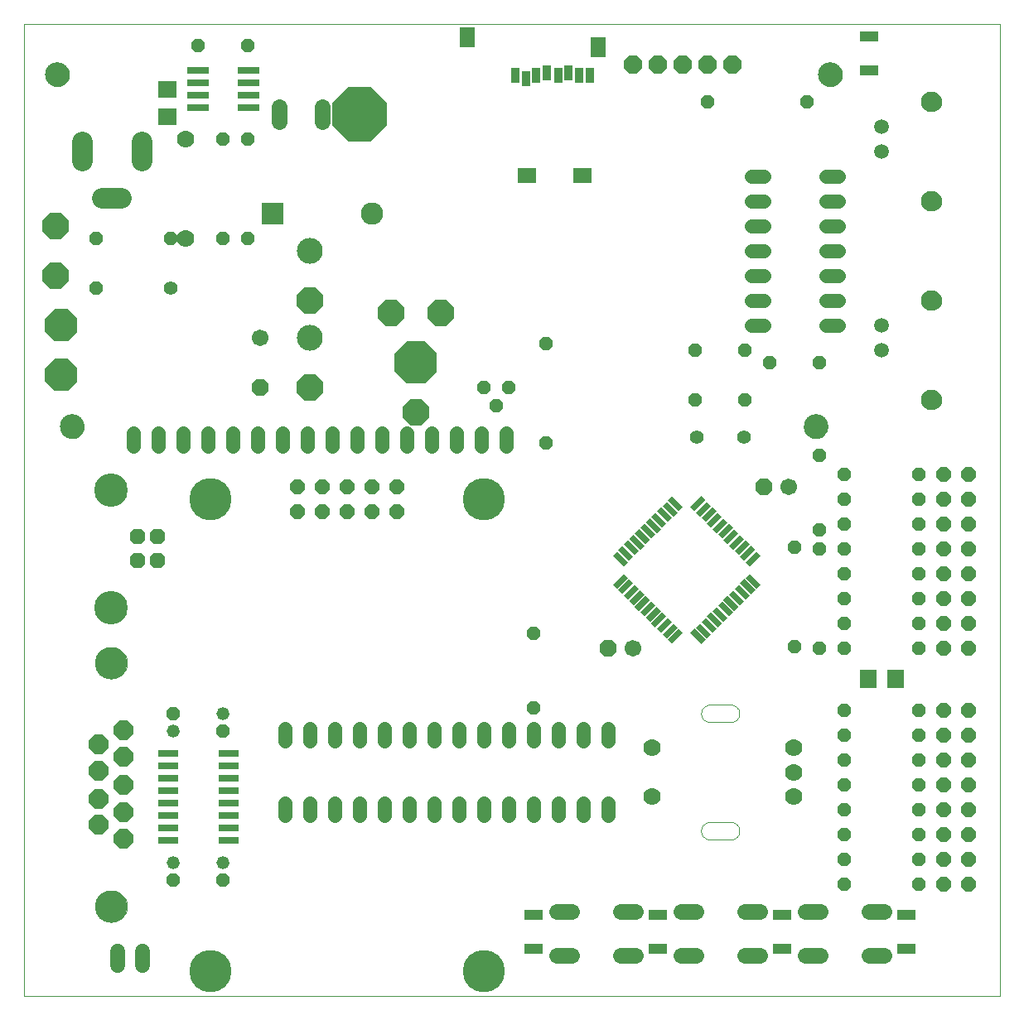
<source format=gts>
G75*
G70*
%OFA0B0*%
%FSLAX24Y24*%
%IPPOS*%
%LPD*%
%AMOC8*
5,1,8,0,0,1.08239X$1,22.5*
%
%ADD10C,0.0000*%
%ADD11R,0.0240X0.0620*%
%ADD12C,0.0560*%
%ADD13C,0.0985*%
%ADD14R,0.0906X0.0276*%
%ADD15OC8,0.1040*%
%ADD16C,0.0560*%
%ADD17OC8,0.0560*%
%ADD18OC8,0.0670*%
%ADD19C,0.0670*%
%ADD20R,0.0749X0.0670*%
%ADD21C,0.0700*%
%ADD22C,0.0640*%
%ADD23C,0.1040*%
%ADD24C,0.0827*%
%ADD25C,0.0594*%
%ADD26C,0.0827*%
%ADD27R,0.0740X0.0400*%
%ADD28R,0.0670X0.0750*%
%ADD29OC8,0.0614*%
%ADD30C,0.1346*%
%ADD31OC8,0.0800*%
%ADD32C,0.1300*%
%ADD33OC8,0.0600*%
%ADD34R,0.0840X0.0300*%
%ADD35OC8,0.0520*%
%ADD36C,0.0520*%
%ADD37R,0.0591X0.0788*%
%ADD38R,0.0749X0.0591*%
%ADD39R,0.0355X0.0631*%
%ADD40OC8,0.0740*%
%ADD41C,0.0600*%
%ADD42OC8,0.1300*%
%ADD43R,0.0900X0.0900*%
%ADD44C,0.0900*%
%ADD45C,0.1700*%
%ADD46OC8,0.2205*%
%ADD47OC8,0.1700*%
D10*
X002925Y005413D02*
X002925Y044533D01*
X042167Y044533D01*
X042167Y005413D01*
X002925Y005413D01*
X005795Y009013D02*
X005797Y009063D01*
X005803Y009113D01*
X005813Y009162D01*
X005827Y009210D01*
X005844Y009257D01*
X005865Y009302D01*
X005890Y009346D01*
X005918Y009387D01*
X005950Y009426D01*
X005984Y009463D01*
X006021Y009497D01*
X006061Y009527D01*
X006103Y009554D01*
X006147Y009578D01*
X006193Y009599D01*
X006240Y009615D01*
X006288Y009628D01*
X006338Y009637D01*
X006387Y009642D01*
X006438Y009643D01*
X006488Y009640D01*
X006537Y009633D01*
X006586Y009622D01*
X006634Y009607D01*
X006680Y009589D01*
X006725Y009567D01*
X006768Y009541D01*
X006809Y009512D01*
X006848Y009480D01*
X006884Y009445D01*
X006916Y009407D01*
X006946Y009367D01*
X006973Y009324D01*
X006996Y009280D01*
X007015Y009234D01*
X007031Y009186D01*
X007043Y009137D01*
X007051Y009088D01*
X007055Y009038D01*
X007055Y008988D01*
X007051Y008938D01*
X007043Y008889D01*
X007031Y008840D01*
X007015Y008792D01*
X006996Y008746D01*
X006973Y008702D01*
X006946Y008659D01*
X006916Y008619D01*
X006884Y008581D01*
X006848Y008546D01*
X006809Y008514D01*
X006768Y008485D01*
X006725Y008459D01*
X006680Y008437D01*
X006634Y008419D01*
X006586Y008404D01*
X006537Y008393D01*
X006488Y008386D01*
X006438Y008383D01*
X006387Y008384D01*
X006338Y008389D01*
X006288Y008398D01*
X006240Y008411D01*
X006193Y008427D01*
X006147Y008448D01*
X006103Y008472D01*
X006061Y008499D01*
X006021Y008529D01*
X005984Y008563D01*
X005950Y008600D01*
X005918Y008639D01*
X005890Y008680D01*
X005865Y008724D01*
X005844Y008769D01*
X005827Y008816D01*
X005813Y008864D01*
X005803Y008913D01*
X005797Y008963D01*
X005795Y009013D01*
X005795Y018813D02*
X005797Y018863D01*
X005803Y018913D01*
X005813Y018962D01*
X005827Y019010D01*
X005844Y019057D01*
X005865Y019102D01*
X005890Y019146D01*
X005918Y019187D01*
X005950Y019226D01*
X005984Y019263D01*
X006021Y019297D01*
X006061Y019327D01*
X006103Y019354D01*
X006147Y019378D01*
X006193Y019399D01*
X006240Y019415D01*
X006288Y019428D01*
X006338Y019437D01*
X006387Y019442D01*
X006438Y019443D01*
X006488Y019440D01*
X006537Y019433D01*
X006586Y019422D01*
X006634Y019407D01*
X006680Y019389D01*
X006725Y019367D01*
X006768Y019341D01*
X006809Y019312D01*
X006848Y019280D01*
X006884Y019245D01*
X006916Y019207D01*
X006946Y019167D01*
X006973Y019124D01*
X006996Y019080D01*
X007015Y019034D01*
X007031Y018986D01*
X007043Y018937D01*
X007051Y018888D01*
X007055Y018838D01*
X007055Y018788D01*
X007051Y018738D01*
X007043Y018689D01*
X007031Y018640D01*
X007015Y018592D01*
X006996Y018546D01*
X006973Y018502D01*
X006946Y018459D01*
X006916Y018419D01*
X006884Y018381D01*
X006848Y018346D01*
X006809Y018314D01*
X006768Y018285D01*
X006725Y018259D01*
X006680Y018237D01*
X006634Y018219D01*
X006586Y018204D01*
X006537Y018193D01*
X006488Y018186D01*
X006438Y018183D01*
X006387Y018184D01*
X006338Y018189D01*
X006288Y018198D01*
X006240Y018211D01*
X006193Y018227D01*
X006147Y018248D01*
X006103Y018272D01*
X006061Y018299D01*
X006021Y018329D01*
X005984Y018363D01*
X005950Y018400D01*
X005918Y018439D01*
X005890Y018480D01*
X005865Y018524D01*
X005844Y018569D01*
X005827Y018616D01*
X005813Y018664D01*
X005803Y018713D01*
X005797Y018763D01*
X005795Y018813D01*
X004367Y028326D02*
X004369Y028369D01*
X004375Y028411D01*
X004385Y028453D01*
X004398Y028494D01*
X004415Y028534D01*
X004436Y028571D01*
X004460Y028607D01*
X004487Y028640D01*
X004517Y028671D01*
X004550Y028699D01*
X004585Y028724D01*
X004622Y028745D01*
X004661Y028763D01*
X004701Y028777D01*
X004743Y028788D01*
X004785Y028795D01*
X004828Y028798D01*
X004871Y028797D01*
X004914Y028792D01*
X004956Y028783D01*
X004997Y028771D01*
X005037Y028755D01*
X005075Y028735D01*
X005111Y028712D01*
X005145Y028685D01*
X005177Y028656D01*
X005205Y028624D01*
X005231Y028589D01*
X005253Y028553D01*
X005272Y028514D01*
X005287Y028474D01*
X005299Y028433D01*
X005307Y028390D01*
X005311Y028347D01*
X005311Y028305D01*
X005307Y028262D01*
X005299Y028219D01*
X005287Y028178D01*
X005272Y028138D01*
X005253Y028099D01*
X005231Y028063D01*
X005205Y028028D01*
X005177Y027996D01*
X005145Y027967D01*
X005111Y027940D01*
X005075Y027917D01*
X005037Y027897D01*
X004997Y027881D01*
X004956Y027869D01*
X004914Y027860D01*
X004871Y027855D01*
X004828Y027854D01*
X004785Y027857D01*
X004743Y027864D01*
X004701Y027875D01*
X004661Y027889D01*
X004622Y027907D01*
X004585Y027928D01*
X004550Y027953D01*
X004517Y027981D01*
X004487Y028012D01*
X004460Y028045D01*
X004436Y028081D01*
X004415Y028118D01*
X004398Y028158D01*
X004385Y028199D01*
X004375Y028241D01*
X004369Y028283D01*
X004367Y028326D01*
X003777Y042500D02*
X003779Y042543D01*
X003785Y042585D01*
X003795Y042627D01*
X003808Y042668D01*
X003825Y042708D01*
X003846Y042745D01*
X003870Y042781D01*
X003897Y042814D01*
X003927Y042845D01*
X003960Y042873D01*
X003995Y042898D01*
X004032Y042919D01*
X004071Y042937D01*
X004111Y042951D01*
X004153Y042962D01*
X004195Y042969D01*
X004238Y042972D01*
X004281Y042971D01*
X004324Y042966D01*
X004366Y042957D01*
X004407Y042945D01*
X004447Y042929D01*
X004485Y042909D01*
X004521Y042886D01*
X004555Y042859D01*
X004587Y042830D01*
X004615Y042798D01*
X004641Y042763D01*
X004663Y042727D01*
X004682Y042688D01*
X004697Y042648D01*
X004709Y042607D01*
X004717Y042564D01*
X004721Y042521D01*
X004721Y042479D01*
X004717Y042436D01*
X004709Y042393D01*
X004697Y042352D01*
X004682Y042312D01*
X004663Y042273D01*
X004641Y042237D01*
X004615Y042202D01*
X004587Y042170D01*
X004555Y042141D01*
X004521Y042114D01*
X004485Y042091D01*
X004447Y042071D01*
X004407Y042055D01*
X004366Y042043D01*
X004324Y042034D01*
X004281Y042029D01*
X004238Y042028D01*
X004195Y042031D01*
X004153Y042038D01*
X004111Y042049D01*
X004071Y042063D01*
X004032Y042081D01*
X003995Y042102D01*
X003960Y042127D01*
X003927Y042155D01*
X003897Y042186D01*
X003870Y042219D01*
X003846Y042255D01*
X003825Y042292D01*
X003808Y042332D01*
X003795Y042373D01*
X003785Y042415D01*
X003779Y042457D01*
X003777Y042500D01*
X030512Y017130D02*
X031338Y017130D01*
X031338Y017129D02*
X031375Y017127D01*
X031412Y017121D01*
X031447Y017112D01*
X031482Y017098D01*
X031515Y017082D01*
X031546Y017061D01*
X031575Y017038D01*
X031601Y017012D01*
X031624Y016983D01*
X031645Y016952D01*
X031661Y016919D01*
X031675Y016884D01*
X031684Y016849D01*
X031690Y016812D01*
X031692Y016775D01*
X031690Y016738D01*
X031684Y016701D01*
X031675Y016666D01*
X031661Y016631D01*
X031645Y016598D01*
X031624Y016567D01*
X031601Y016538D01*
X031575Y016512D01*
X031546Y016489D01*
X031515Y016468D01*
X031482Y016452D01*
X031447Y016438D01*
X031412Y016429D01*
X031375Y016423D01*
X031338Y016421D01*
X030512Y016421D01*
X030475Y016423D01*
X030438Y016429D01*
X030403Y016438D01*
X030368Y016452D01*
X030335Y016468D01*
X030304Y016489D01*
X030275Y016512D01*
X030249Y016538D01*
X030226Y016567D01*
X030205Y016598D01*
X030189Y016631D01*
X030175Y016666D01*
X030166Y016701D01*
X030160Y016738D01*
X030158Y016775D01*
X030160Y016812D01*
X030166Y016849D01*
X030175Y016884D01*
X030189Y016919D01*
X030205Y016952D01*
X030226Y016983D01*
X030249Y017012D01*
X030275Y017038D01*
X030304Y017061D01*
X030335Y017082D01*
X030368Y017098D01*
X030403Y017112D01*
X030438Y017121D01*
X030475Y017127D01*
X030512Y017129D01*
X030512Y012405D02*
X031338Y012405D01*
X031375Y012403D01*
X031412Y012397D01*
X031447Y012388D01*
X031482Y012374D01*
X031515Y012358D01*
X031546Y012337D01*
X031575Y012314D01*
X031601Y012288D01*
X031624Y012259D01*
X031645Y012228D01*
X031661Y012195D01*
X031675Y012160D01*
X031684Y012125D01*
X031690Y012088D01*
X031692Y012051D01*
X031690Y012014D01*
X031684Y011977D01*
X031675Y011942D01*
X031661Y011907D01*
X031645Y011874D01*
X031624Y011843D01*
X031601Y011814D01*
X031575Y011788D01*
X031546Y011765D01*
X031515Y011744D01*
X031482Y011728D01*
X031447Y011714D01*
X031412Y011705D01*
X031375Y011699D01*
X031338Y011697D01*
X031338Y011696D02*
X030512Y011696D01*
X030512Y011697D02*
X030475Y011699D01*
X030438Y011705D01*
X030403Y011714D01*
X030368Y011728D01*
X030335Y011744D01*
X030304Y011765D01*
X030275Y011788D01*
X030249Y011814D01*
X030226Y011843D01*
X030205Y011874D01*
X030189Y011907D01*
X030175Y011942D01*
X030166Y011977D01*
X030160Y012014D01*
X030158Y012051D01*
X030160Y012088D01*
X030166Y012125D01*
X030175Y012160D01*
X030189Y012195D01*
X030205Y012228D01*
X030226Y012259D01*
X030249Y012288D01*
X030275Y012314D01*
X030304Y012337D01*
X030335Y012358D01*
X030368Y012374D01*
X030403Y012388D01*
X030438Y012397D01*
X030475Y012403D01*
X030512Y012405D01*
X034289Y028326D02*
X034291Y028369D01*
X034297Y028411D01*
X034307Y028453D01*
X034320Y028494D01*
X034337Y028534D01*
X034358Y028571D01*
X034382Y028607D01*
X034409Y028640D01*
X034439Y028671D01*
X034472Y028699D01*
X034507Y028724D01*
X034544Y028745D01*
X034583Y028763D01*
X034623Y028777D01*
X034665Y028788D01*
X034707Y028795D01*
X034750Y028798D01*
X034793Y028797D01*
X034836Y028792D01*
X034878Y028783D01*
X034919Y028771D01*
X034959Y028755D01*
X034997Y028735D01*
X035033Y028712D01*
X035067Y028685D01*
X035099Y028656D01*
X035127Y028624D01*
X035153Y028589D01*
X035175Y028553D01*
X035194Y028514D01*
X035209Y028474D01*
X035221Y028433D01*
X035229Y028390D01*
X035233Y028347D01*
X035233Y028305D01*
X035229Y028262D01*
X035221Y028219D01*
X035209Y028178D01*
X035194Y028138D01*
X035175Y028099D01*
X035153Y028063D01*
X035127Y028028D01*
X035099Y027996D01*
X035067Y027967D01*
X035033Y027940D01*
X034997Y027917D01*
X034959Y027897D01*
X034919Y027881D01*
X034878Y027869D01*
X034836Y027860D01*
X034793Y027855D01*
X034750Y027854D01*
X034707Y027857D01*
X034665Y027864D01*
X034623Y027875D01*
X034583Y027889D01*
X034544Y027907D01*
X034507Y027928D01*
X034472Y027953D01*
X034439Y027981D01*
X034409Y028012D01*
X034382Y028045D01*
X034358Y028081D01*
X034337Y028118D01*
X034320Y028158D01*
X034307Y028199D01*
X034297Y028241D01*
X034291Y028283D01*
X034289Y028326D01*
X039031Y029413D02*
X039033Y029452D01*
X039039Y029491D01*
X039049Y029529D01*
X039062Y029566D01*
X039079Y029601D01*
X039099Y029635D01*
X039123Y029666D01*
X039150Y029695D01*
X039179Y029721D01*
X039211Y029744D01*
X039245Y029764D01*
X039281Y029780D01*
X039318Y029792D01*
X039357Y029801D01*
X039396Y029806D01*
X039435Y029807D01*
X039474Y029804D01*
X039513Y029797D01*
X039550Y029786D01*
X039587Y029772D01*
X039622Y029754D01*
X039655Y029733D01*
X039686Y029708D01*
X039714Y029681D01*
X039739Y029651D01*
X039761Y029618D01*
X039780Y029584D01*
X039795Y029548D01*
X039807Y029510D01*
X039815Y029472D01*
X039819Y029433D01*
X039819Y029393D01*
X039815Y029354D01*
X039807Y029316D01*
X039795Y029278D01*
X039780Y029242D01*
X039761Y029208D01*
X039739Y029175D01*
X039714Y029145D01*
X039686Y029118D01*
X039655Y029093D01*
X039622Y029072D01*
X039587Y029054D01*
X039550Y029040D01*
X039513Y029029D01*
X039474Y029022D01*
X039435Y029019D01*
X039396Y029020D01*
X039357Y029025D01*
X039318Y029034D01*
X039281Y029046D01*
X039245Y029062D01*
X039211Y029082D01*
X039179Y029105D01*
X039150Y029131D01*
X039123Y029160D01*
X039099Y029191D01*
X039079Y029225D01*
X039062Y029260D01*
X039049Y029297D01*
X039039Y029335D01*
X039033Y029374D01*
X039031Y029413D01*
X039031Y033413D02*
X039033Y033452D01*
X039039Y033491D01*
X039049Y033529D01*
X039062Y033566D01*
X039079Y033601D01*
X039099Y033635D01*
X039123Y033666D01*
X039150Y033695D01*
X039179Y033721D01*
X039211Y033744D01*
X039245Y033764D01*
X039281Y033780D01*
X039318Y033792D01*
X039357Y033801D01*
X039396Y033806D01*
X039435Y033807D01*
X039474Y033804D01*
X039513Y033797D01*
X039550Y033786D01*
X039587Y033772D01*
X039622Y033754D01*
X039655Y033733D01*
X039686Y033708D01*
X039714Y033681D01*
X039739Y033651D01*
X039761Y033618D01*
X039780Y033584D01*
X039795Y033548D01*
X039807Y033510D01*
X039815Y033472D01*
X039819Y033433D01*
X039819Y033393D01*
X039815Y033354D01*
X039807Y033316D01*
X039795Y033278D01*
X039780Y033242D01*
X039761Y033208D01*
X039739Y033175D01*
X039714Y033145D01*
X039686Y033118D01*
X039655Y033093D01*
X039622Y033072D01*
X039587Y033054D01*
X039550Y033040D01*
X039513Y033029D01*
X039474Y033022D01*
X039435Y033019D01*
X039396Y033020D01*
X039357Y033025D01*
X039318Y033034D01*
X039281Y033046D01*
X039245Y033062D01*
X039211Y033082D01*
X039179Y033105D01*
X039150Y033131D01*
X039123Y033160D01*
X039099Y033191D01*
X039079Y033225D01*
X039062Y033260D01*
X039049Y033297D01*
X039039Y033335D01*
X039033Y033374D01*
X039031Y033413D01*
X039031Y037413D02*
X039033Y037452D01*
X039039Y037491D01*
X039049Y037529D01*
X039062Y037566D01*
X039079Y037601D01*
X039099Y037635D01*
X039123Y037666D01*
X039150Y037695D01*
X039179Y037721D01*
X039211Y037744D01*
X039245Y037764D01*
X039281Y037780D01*
X039318Y037792D01*
X039357Y037801D01*
X039396Y037806D01*
X039435Y037807D01*
X039474Y037804D01*
X039513Y037797D01*
X039550Y037786D01*
X039587Y037772D01*
X039622Y037754D01*
X039655Y037733D01*
X039686Y037708D01*
X039714Y037681D01*
X039739Y037651D01*
X039761Y037618D01*
X039780Y037584D01*
X039795Y037548D01*
X039807Y037510D01*
X039815Y037472D01*
X039819Y037433D01*
X039819Y037393D01*
X039815Y037354D01*
X039807Y037316D01*
X039795Y037278D01*
X039780Y037242D01*
X039761Y037208D01*
X039739Y037175D01*
X039714Y037145D01*
X039686Y037118D01*
X039655Y037093D01*
X039622Y037072D01*
X039587Y037054D01*
X039550Y037040D01*
X039513Y037029D01*
X039474Y037022D01*
X039435Y037019D01*
X039396Y037020D01*
X039357Y037025D01*
X039318Y037034D01*
X039281Y037046D01*
X039245Y037062D01*
X039211Y037082D01*
X039179Y037105D01*
X039150Y037131D01*
X039123Y037160D01*
X039099Y037191D01*
X039079Y037225D01*
X039062Y037260D01*
X039049Y037297D01*
X039039Y037335D01*
X039033Y037374D01*
X039031Y037413D01*
X039031Y041413D02*
X039033Y041452D01*
X039039Y041491D01*
X039049Y041529D01*
X039062Y041566D01*
X039079Y041601D01*
X039099Y041635D01*
X039123Y041666D01*
X039150Y041695D01*
X039179Y041721D01*
X039211Y041744D01*
X039245Y041764D01*
X039281Y041780D01*
X039318Y041792D01*
X039357Y041801D01*
X039396Y041806D01*
X039435Y041807D01*
X039474Y041804D01*
X039513Y041797D01*
X039550Y041786D01*
X039587Y041772D01*
X039622Y041754D01*
X039655Y041733D01*
X039686Y041708D01*
X039714Y041681D01*
X039739Y041651D01*
X039761Y041618D01*
X039780Y041584D01*
X039795Y041548D01*
X039807Y041510D01*
X039815Y041472D01*
X039819Y041433D01*
X039819Y041393D01*
X039815Y041354D01*
X039807Y041316D01*
X039795Y041278D01*
X039780Y041242D01*
X039761Y041208D01*
X039739Y041175D01*
X039714Y041145D01*
X039686Y041118D01*
X039655Y041093D01*
X039622Y041072D01*
X039587Y041054D01*
X039550Y041040D01*
X039513Y041029D01*
X039474Y041022D01*
X039435Y041019D01*
X039396Y041020D01*
X039357Y041025D01*
X039318Y041034D01*
X039281Y041046D01*
X039245Y041062D01*
X039211Y041082D01*
X039179Y041105D01*
X039150Y041131D01*
X039123Y041160D01*
X039099Y041191D01*
X039079Y041225D01*
X039062Y041260D01*
X039049Y041297D01*
X039039Y041335D01*
X039033Y041374D01*
X039031Y041413D01*
X034879Y042500D02*
X034881Y042543D01*
X034887Y042585D01*
X034897Y042627D01*
X034910Y042668D01*
X034927Y042708D01*
X034948Y042745D01*
X034972Y042781D01*
X034999Y042814D01*
X035029Y042845D01*
X035062Y042873D01*
X035097Y042898D01*
X035134Y042919D01*
X035173Y042937D01*
X035213Y042951D01*
X035255Y042962D01*
X035297Y042969D01*
X035340Y042972D01*
X035383Y042971D01*
X035426Y042966D01*
X035468Y042957D01*
X035509Y042945D01*
X035549Y042929D01*
X035587Y042909D01*
X035623Y042886D01*
X035657Y042859D01*
X035689Y042830D01*
X035717Y042798D01*
X035743Y042763D01*
X035765Y042727D01*
X035784Y042688D01*
X035799Y042648D01*
X035811Y042607D01*
X035819Y042564D01*
X035823Y042521D01*
X035823Y042479D01*
X035819Y042436D01*
X035811Y042393D01*
X035799Y042352D01*
X035784Y042312D01*
X035765Y042273D01*
X035743Y042237D01*
X035717Y042202D01*
X035689Y042170D01*
X035657Y042141D01*
X035623Y042114D01*
X035587Y042091D01*
X035549Y042071D01*
X035509Y042055D01*
X035468Y042043D01*
X035426Y042034D01*
X035383Y042029D01*
X035340Y042028D01*
X035297Y042031D01*
X035255Y042038D01*
X035213Y042049D01*
X035173Y042063D01*
X035134Y042081D01*
X035097Y042102D01*
X035062Y042127D01*
X035029Y042155D01*
X034999Y042186D01*
X034972Y042219D01*
X034948Y042255D01*
X034927Y042292D01*
X034910Y042332D01*
X034897Y042373D01*
X034887Y042415D01*
X034881Y042457D01*
X034879Y042500D01*
D11*
G36*
X029890Y024928D02*
X029720Y025098D01*
X030158Y025536D01*
X030328Y025366D01*
X029890Y024928D01*
G37*
G36*
X030109Y024709D02*
X029939Y024879D01*
X030377Y025317D01*
X030547Y025147D01*
X030109Y024709D01*
G37*
G36*
X030335Y024483D02*
X030165Y024653D01*
X030603Y025091D01*
X030773Y024921D01*
X030335Y024483D01*
G37*
G36*
X030555Y024264D02*
X030385Y024434D01*
X030823Y024872D01*
X030993Y024702D01*
X030555Y024264D01*
G37*
G36*
X030781Y024037D02*
X030611Y024207D01*
X031049Y024645D01*
X031219Y024475D01*
X030781Y024037D01*
G37*
G36*
X031000Y023818D02*
X030830Y023988D01*
X031268Y024426D01*
X031438Y024256D01*
X031000Y023818D01*
G37*
G36*
X031219Y023599D02*
X031049Y023769D01*
X031487Y024207D01*
X031657Y024037D01*
X031219Y023599D01*
G37*
G36*
X031446Y023373D02*
X031276Y023543D01*
X031714Y023981D01*
X031884Y023811D01*
X031446Y023373D01*
G37*
G36*
X031665Y023153D02*
X031495Y023323D01*
X031933Y023761D01*
X032103Y023591D01*
X031665Y023153D01*
G37*
G36*
X031891Y022927D02*
X031721Y023097D01*
X032159Y023535D01*
X032329Y023365D01*
X031891Y022927D01*
G37*
G36*
X032110Y022708D02*
X031940Y022878D01*
X032378Y023316D01*
X032548Y023146D01*
X032110Y022708D01*
G37*
G36*
X031940Y022241D02*
X032110Y022411D01*
X032548Y021973D01*
X032378Y021803D01*
X031940Y022241D01*
G37*
G36*
X031721Y022022D02*
X031891Y022192D01*
X032329Y021754D01*
X032159Y021584D01*
X031721Y022022D01*
G37*
G36*
X031495Y021795D02*
X031665Y021965D01*
X032103Y021527D01*
X031933Y021357D01*
X031495Y021795D01*
G37*
G36*
X031276Y021576D02*
X031446Y021746D01*
X031884Y021308D01*
X031714Y021138D01*
X031276Y021576D01*
G37*
G36*
X031049Y021350D02*
X031219Y021520D01*
X031657Y021082D01*
X031487Y020912D01*
X031049Y021350D01*
G37*
G36*
X030830Y021131D02*
X031000Y021301D01*
X031438Y020863D01*
X031268Y020693D01*
X030830Y021131D01*
G37*
G36*
X030611Y020912D02*
X030781Y021082D01*
X031219Y020644D01*
X031049Y020474D01*
X030611Y020912D01*
G37*
G36*
X030385Y020685D02*
X030555Y020855D01*
X030993Y020417D01*
X030823Y020247D01*
X030385Y020685D01*
G37*
G36*
X030165Y020466D02*
X030335Y020636D01*
X030773Y020198D01*
X030603Y020028D01*
X030165Y020466D01*
G37*
G36*
X029939Y020240D02*
X030109Y020410D01*
X030547Y019972D01*
X030377Y019802D01*
X029939Y020240D01*
G37*
G36*
X029720Y020021D02*
X029890Y020191D01*
X030328Y019753D01*
X030158Y019583D01*
X029720Y020021D01*
G37*
G36*
X028985Y019583D02*
X028815Y019753D01*
X029253Y020191D01*
X029423Y020021D01*
X028985Y019583D01*
G37*
G36*
X028766Y019802D02*
X028596Y019972D01*
X029034Y020410D01*
X029204Y020240D01*
X028766Y019802D01*
G37*
G36*
X028539Y020028D02*
X028369Y020198D01*
X028807Y020636D01*
X028977Y020466D01*
X028539Y020028D01*
G37*
G36*
X028320Y020247D02*
X028150Y020417D01*
X028588Y020855D01*
X028758Y020685D01*
X028320Y020247D01*
G37*
G36*
X028094Y020474D02*
X027924Y020644D01*
X028362Y021082D01*
X028532Y020912D01*
X028094Y020474D01*
G37*
G36*
X027875Y020693D02*
X027705Y020863D01*
X028143Y021301D01*
X028313Y021131D01*
X027875Y020693D01*
G37*
G36*
X027656Y020912D02*
X027486Y021082D01*
X027924Y021520D01*
X028094Y021350D01*
X027656Y020912D01*
G37*
G36*
X027429Y021138D02*
X027259Y021308D01*
X027697Y021746D01*
X027867Y021576D01*
X027429Y021138D01*
G37*
G36*
X027210Y021357D02*
X027040Y021527D01*
X027478Y021965D01*
X027648Y021795D01*
X027210Y021357D01*
G37*
G36*
X026984Y021584D02*
X026814Y021754D01*
X027252Y022192D01*
X027422Y022022D01*
X026984Y021584D01*
G37*
G36*
X026765Y021803D02*
X026595Y021973D01*
X027033Y022411D01*
X027203Y022241D01*
X026765Y021803D01*
G37*
G36*
X026595Y023146D02*
X026765Y023316D01*
X027203Y022878D01*
X027033Y022708D01*
X026595Y023146D01*
G37*
G36*
X026814Y023365D02*
X026984Y023535D01*
X027422Y023097D01*
X027252Y022927D01*
X026814Y023365D01*
G37*
G36*
X027040Y023591D02*
X027210Y023761D01*
X027648Y023323D01*
X027478Y023153D01*
X027040Y023591D01*
G37*
G36*
X027259Y023811D02*
X027429Y023981D01*
X027867Y023543D01*
X027697Y023373D01*
X027259Y023811D01*
G37*
G36*
X027486Y024037D02*
X027656Y024207D01*
X028094Y023769D01*
X027924Y023599D01*
X027486Y024037D01*
G37*
G36*
X027705Y024256D02*
X027875Y024426D01*
X028313Y023988D01*
X028143Y023818D01*
X027705Y024256D01*
G37*
G36*
X027924Y024475D02*
X028094Y024645D01*
X028532Y024207D01*
X028362Y024037D01*
X027924Y024475D01*
G37*
G36*
X028150Y024702D02*
X028320Y024872D01*
X028758Y024434D01*
X028588Y024264D01*
X028150Y024702D01*
G37*
G36*
X028369Y024921D02*
X028539Y025091D01*
X028977Y024653D01*
X028807Y024483D01*
X028369Y024921D01*
G37*
G36*
X028596Y025147D02*
X028766Y025317D01*
X029204Y024879D01*
X029034Y024709D01*
X028596Y025147D01*
G37*
G36*
X028815Y025366D02*
X028985Y025536D01*
X029423Y025098D01*
X029253Y024928D01*
X028815Y025366D01*
G37*
D12*
X022312Y027538D02*
X022312Y028058D01*
X021312Y028058D02*
X021312Y027538D01*
X020312Y027538D02*
X020312Y028058D01*
X019312Y028058D02*
X019312Y027538D01*
X018312Y027538D02*
X018312Y028058D01*
X017312Y028058D02*
X017312Y027538D01*
X016312Y027538D02*
X016312Y028058D01*
X015312Y028058D02*
X015312Y027538D01*
X014312Y027538D02*
X014312Y028058D01*
X013312Y028058D02*
X013312Y027538D01*
X012312Y027538D02*
X012312Y028058D01*
X011312Y028058D02*
X011312Y027538D01*
X010312Y027538D02*
X010312Y028058D01*
X009312Y028058D02*
X009312Y027538D01*
X008312Y027538D02*
X008312Y028058D01*
X007312Y028058D02*
X007312Y027538D01*
X013425Y016173D02*
X013425Y015653D01*
X014425Y015653D02*
X014425Y016173D01*
X015425Y016173D02*
X015425Y015653D01*
X016425Y015653D02*
X016425Y016173D01*
X017425Y016173D02*
X017425Y015653D01*
X018425Y015653D02*
X018425Y016173D01*
X019425Y016173D02*
X019425Y015653D01*
X020425Y015653D02*
X020425Y016173D01*
X021425Y016173D02*
X021425Y015653D01*
X022425Y015653D02*
X022425Y016173D01*
X023425Y016173D02*
X023425Y015653D01*
X024425Y015653D02*
X024425Y016173D01*
X025425Y016173D02*
X025425Y015653D01*
X026425Y015653D02*
X026425Y016173D01*
X026425Y013173D02*
X026425Y012653D01*
X025425Y012653D02*
X025425Y013173D01*
X024425Y013173D02*
X024425Y012653D01*
X023425Y012653D02*
X023425Y013173D01*
X022425Y013173D02*
X022425Y012653D01*
X021425Y012653D02*
X021425Y013173D01*
X020425Y013173D02*
X020425Y012653D01*
X019425Y012653D02*
X019425Y013173D01*
X018425Y013173D02*
X018425Y012653D01*
X017425Y012653D02*
X017425Y013173D01*
X016425Y013173D02*
X016425Y012653D01*
X015425Y012653D02*
X015425Y013173D01*
X014425Y013173D02*
X014425Y012653D01*
X013425Y012653D02*
X013425Y013173D01*
X032165Y032413D02*
X032685Y032413D01*
X032685Y033413D02*
X032165Y033413D01*
X032165Y034413D02*
X032685Y034413D01*
X032685Y035413D02*
X032165Y035413D01*
X032165Y036413D02*
X032685Y036413D01*
X032685Y037413D02*
X032165Y037413D01*
X032165Y038413D02*
X032685Y038413D01*
X035165Y038413D02*
X035685Y038413D01*
X035685Y037413D02*
X035165Y037413D01*
X035165Y036413D02*
X035685Y036413D01*
X035685Y035413D02*
X035165Y035413D01*
X035165Y034413D02*
X035685Y034413D01*
X035685Y033413D02*
X035165Y033413D01*
X035165Y032413D02*
X035685Y032413D01*
D13*
X034761Y028326D03*
X035351Y042500D03*
X004839Y028326D03*
X004249Y042500D03*
D14*
X009901Y042663D03*
X009901Y042163D03*
X009901Y041663D03*
X009901Y041163D03*
X011949Y041163D03*
X011949Y041663D03*
X011949Y042163D03*
X011949Y042663D03*
D15*
X004175Y036413D03*
X004175Y034413D03*
X014425Y033413D03*
X017675Y032913D03*
X019675Y032913D03*
X018675Y028913D03*
X014425Y029913D03*
D16*
X008800Y033913D03*
X029975Y027913D03*
X031875Y027913D03*
D17*
X031925Y029413D03*
X032925Y030913D03*
X031925Y031413D03*
X029925Y031413D03*
X029925Y029413D03*
X034925Y030913D03*
X034925Y027163D03*
X035925Y026413D03*
X035925Y025413D03*
X035925Y024413D03*
X035925Y023413D03*
X034925Y023413D03*
X034925Y024163D03*
X033925Y023456D03*
X035925Y022413D03*
X035925Y021413D03*
X035925Y020413D03*
X035925Y019413D03*
X034925Y019413D03*
X033925Y019456D03*
X035925Y016913D03*
X035925Y015913D03*
X035925Y014913D03*
X035925Y013913D03*
X035925Y012913D03*
X035925Y011913D03*
X035925Y010913D03*
X035925Y009913D03*
X038925Y009913D03*
X038925Y010913D03*
X038925Y011913D03*
X038925Y012913D03*
X038925Y013913D03*
X038925Y014913D03*
X038925Y015913D03*
X038925Y016913D03*
X038925Y019413D03*
X038925Y020413D03*
X038925Y021413D03*
X038925Y022413D03*
X038925Y023413D03*
X038925Y024413D03*
X038925Y025413D03*
X038925Y026413D03*
X023925Y027663D03*
X021925Y029163D03*
X021425Y029913D03*
X022425Y029913D03*
X023925Y031663D03*
X030425Y041413D03*
X034425Y041413D03*
X011925Y039913D03*
X010925Y039913D03*
X009925Y043663D03*
X011925Y043663D03*
X011925Y035913D03*
X010925Y035913D03*
X008800Y035913D03*
X005800Y035913D03*
X005800Y033913D03*
X023425Y020017D03*
X023425Y017017D03*
D18*
X026425Y019413D03*
X032675Y025913D03*
X012425Y029913D03*
D19*
X012425Y031913D03*
X027425Y019413D03*
X033675Y025913D03*
D20*
X008683Y040799D03*
X008683Y041902D03*
D21*
X009425Y039913D03*
X009425Y035913D03*
X028169Y015397D03*
X028169Y013429D03*
X033878Y013429D03*
X033878Y014413D03*
X033878Y015397D03*
D22*
X034345Y008803D02*
X034945Y008803D01*
X034945Y007023D02*
X034345Y007023D01*
X032505Y007023D02*
X031905Y007023D01*
X031905Y008803D02*
X032505Y008803D01*
X029945Y008803D02*
X029345Y008803D01*
X029345Y007023D02*
X029945Y007023D01*
X027505Y007023D02*
X026905Y007023D01*
X026905Y008803D02*
X027505Y008803D01*
X024945Y008803D02*
X024345Y008803D01*
X024345Y007023D02*
X024945Y007023D01*
X036905Y007023D02*
X037505Y007023D01*
X037505Y008803D02*
X036905Y008803D01*
X014925Y040613D02*
X014925Y041213D01*
X013175Y041213D02*
X013175Y040613D01*
D23*
X014425Y035413D03*
X014425Y031913D03*
D24*
X006819Y037523D02*
X006031Y037523D01*
X005244Y039019D02*
X005244Y039807D01*
X007645Y039807D02*
X007645Y039019D01*
D25*
X037425Y039413D03*
X037425Y040413D03*
X037425Y032413D03*
X037425Y031413D03*
D26*
X039425Y033413D03*
X039425Y029413D03*
X039425Y037413D03*
X039425Y041413D03*
D27*
X036925Y042663D03*
X036925Y044038D03*
X038425Y008663D03*
X038425Y007288D03*
X033425Y007288D03*
X033425Y008663D03*
X028425Y008663D03*
X028425Y007288D03*
X023425Y007288D03*
X023425Y008663D03*
D28*
X036865Y018163D03*
X037985Y018163D03*
D29*
X008279Y022921D03*
X007492Y022921D03*
X007492Y023905D03*
X008279Y023905D03*
D30*
X006425Y025783D03*
X006425Y021043D03*
D31*
X006925Y016101D03*
X006925Y015038D03*
X005925Y015538D03*
X005925Y014476D03*
X006925Y013913D03*
X006925Y012788D03*
X006925Y011725D03*
X005925Y012288D03*
X005925Y013350D03*
D32*
X006425Y009013D03*
X006425Y018813D03*
D33*
X013925Y024913D03*
X013925Y025913D03*
X014925Y025913D03*
X015925Y025913D03*
X016925Y025913D03*
X017925Y025913D03*
X017925Y024913D03*
X016925Y024913D03*
X015925Y024913D03*
X014925Y024913D03*
X039925Y024413D03*
X039925Y025413D03*
X039925Y026413D03*
X040925Y026413D03*
X040925Y025413D03*
X040925Y024413D03*
X040925Y023413D03*
X039925Y023413D03*
X039925Y022413D03*
X040925Y022413D03*
X040925Y021413D03*
X039925Y021413D03*
X039925Y020413D03*
X040925Y020413D03*
X040925Y019413D03*
X039925Y019413D03*
X039925Y016913D03*
X040925Y016913D03*
X040925Y015913D03*
X039925Y015913D03*
X039925Y014913D03*
X040925Y014913D03*
X040925Y013913D03*
X039925Y013913D03*
X039925Y012913D03*
X040925Y012913D03*
X040925Y011913D03*
X039925Y011913D03*
X039925Y010913D03*
X040925Y010913D03*
X040925Y009913D03*
X039925Y009913D03*
D34*
X011135Y011663D03*
X011135Y012163D03*
X011135Y012663D03*
X011135Y013163D03*
X011135Y013663D03*
X011135Y014163D03*
X011135Y014663D03*
X011135Y015163D03*
X008715Y015163D03*
X008715Y014663D03*
X008715Y014163D03*
X008715Y013663D03*
X008715Y013163D03*
X008715Y012663D03*
X008715Y012163D03*
X008715Y011663D03*
D35*
X008925Y010063D03*
X010925Y010063D03*
X010925Y016063D03*
X008925Y016763D03*
D36*
X008925Y016063D03*
X010925Y016763D03*
X010925Y010763D03*
X008925Y010763D03*
D37*
X026004Y043598D03*
X020728Y043992D03*
D38*
X023130Y038421D03*
X025374Y038421D03*
D39*
X023094Y042319D03*
X022661Y042476D03*
X023527Y042476D03*
X023960Y042555D03*
X024394Y042476D03*
X024827Y042555D03*
X025260Y042476D03*
X025693Y042476D03*
D40*
X027425Y042913D03*
X028425Y042913D03*
X029425Y042913D03*
X030425Y042913D03*
X031425Y042913D03*
D41*
X007675Y007193D02*
X007675Y006633D01*
X006675Y006633D02*
X006675Y007193D01*
D42*
X004425Y030413D03*
X004425Y032413D03*
D43*
X012925Y036913D03*
D44*
X016925Y036913D03*
D45*
X021425Y025413D03*
X010425Y025413D03*
X010425Y006413D03*
X021425Y006413D03*
D46*
X016425Y040913D03*
D47*
X018675Y030913D03*
M02*

</source>
